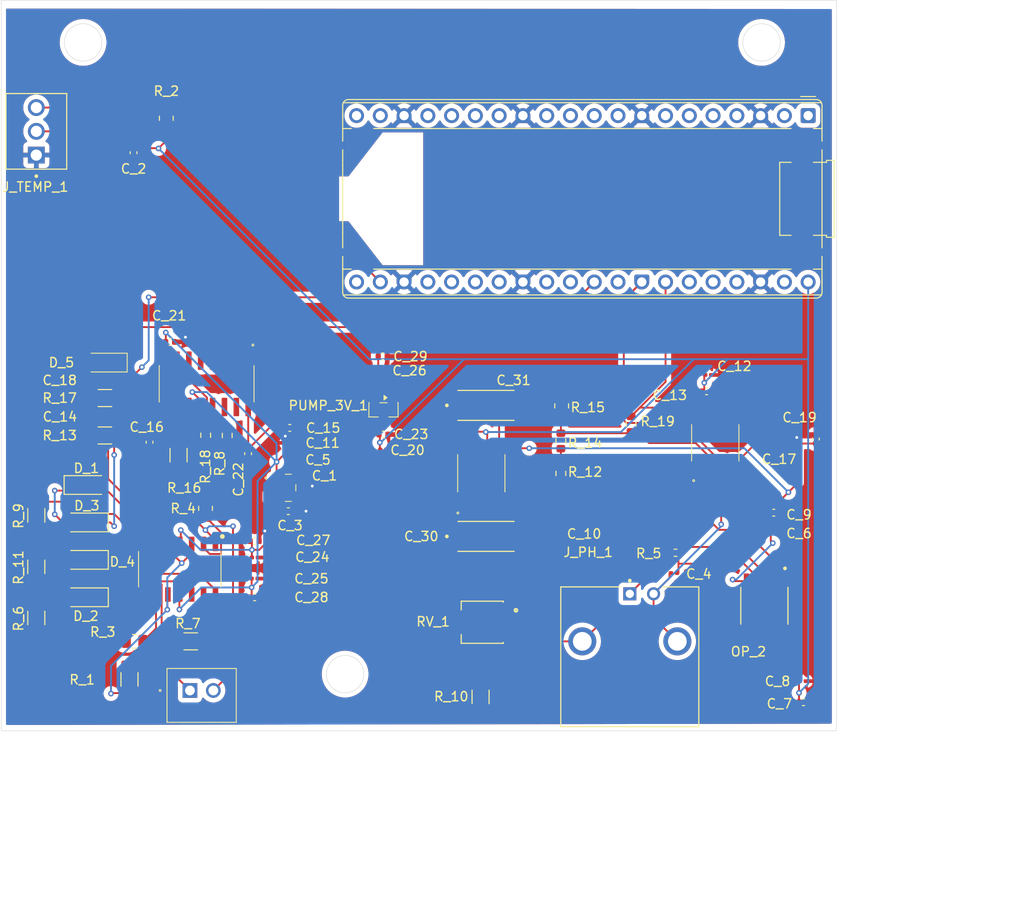
<source format=kicad_pcb>
(kicad_pcb (version 20241229) (generator "pcbnew") (generator_version "9.0")
  (layers (0 "F.Cu" signal) (2 "B.Cu" signal) (13 "F.Paste" user) (15 "B.Paste" user) (5 "F.SilkS" user "F.Silkscreen") (7 "B.SilkS" user "B.Silkscreen") (1 "F.Mask" user) (3 "B.Mask" user) (25 "Edge.Cuts" user))
  (net 0 "")
  (net 10 "/Temp_Data")
  (net 18 "+5V0")
  (net 20 "/EC_Data")
  (net 27 "/PH_Data")
  (net 35 "Net-(CLK_1-EN3)")
  (net 38 "+3V0")
  (net 39 "-3V0")
  (net 40 "Net-(CLK_1-EN1)")
  (net 43 "Net-(CLK_1-Q4)")
  (net 47 "Net-(CLK_1-EN2)")
  (net 48 "Net-(OP_2-+)")
  (net 49 "Net-(C_10-Pad2)")
  (net 50 "Net-(OP_2--)")
  (net 51 "Net-(C_14-Pad1)")
  (net 52 "Net-(C_16-Pad1)")
  (net 53 "Net-(D_1-A)")
  (net 54 "Net-(D_1-K)")
  (net 55 "Net-(D_2-A)")
  (net 56 "Net-(D_2-K)")
  (net 57 "Net-(D_3-K)")
  (net 58 "Net-(J_EC_1-Pin_2)")
  (net 59 "Net-(J_EC_1-Pin_1)")
  (net 60 "Net-(OP_1A--)")
  (net 61 "Net-(OP_1-Pad8)")
  (net 62 "Net-(OP_1D--)")
  (net 66 "Net-(RV_1-Pad1)")
  (net 67 "Net-(RV_1-Pad3)")
  (net 68 "Net-(INV_3V_1-CFLY+)")
  (net 69 "Net-(INV_3V_1-CFLY-)")
  (net 70 "Net-(INV_5V_1-CAP?)")
  (net 71 "Net-(INV_5V_1-CAP+)")
  (net 72 "GND")
  (net 73 "AGND")
  (net 74 "-5V0")
  (net 79 "Net-(OP_3--)")
  (net 81 "Net-(J_PH_1-Pad1)")
  (footprint "Capacitor_SMD:C_0201_0603Metric" (layer "F.Cu") (at 162.8025 119.5)
    (property "Reference" "C_6")
    (property "Value" "10µF" (hide yes))
  )
  (footprint "Capacitor_SMD:C_0402_1005Metric" (layer "F.Cu") (at 121.0163 100.5556)
    (property "Reference" "C_29")
    (property "Value" "100nF" (hide yes))
  )
  (footprint "Capacitor_SMD:C_0402_1005Metric" (layer "F.Cu") (at 96.1 109.72 90)
    (property "Reference" "C_16")
    (property "Value" "100nF" (hide yes))
  )
  (footprint "Capacitor_SMD:C_0402_1005Metric" (layer "F.Cu") (at 165.98 137.5 180)
    (property "Reference" "C_7")
    (property "Value" "100nF" (hide yes))
  )
  (footprint "Resistor_SMD:R_1206_3216Metric" (layer "F.Cu") (at 84 128.5 90)
    (property "Reference" "R_6")
    (property "Value" "10K" (hide yes))
  )
  (footprint "Capacitor_SMD:C_0201_0603Metric" (layer "F.Cu") (at 107.3565 122.0401 180)
    (property "Reference" "C_24")
    (property "Value" "4,7µF" (hide yes))
  )
  (footprint "Resistor_SMD:R_1206_3216Metric" (layer "F.Cu") (at 91.3315 105)
    (property "Reference" "R_17")
    (property "Value" "10K" (hide yes))
  )
  (footprint "Capacitor_SMD:C_0402_1005Metric" (layer "F.Cu") (at 107.3315 126.2901 180)
    (property "Reference" "C_28")
    (property "Value" "100nF" (hide yes))
  )
  (footprint "TAJC106K010RNJ:CAPPM6032X280N" (layer "F.Cu") (at 132.0525 119.7841)
    (property "Reference" "C_30")
    (property "Value" "100µF" (hide yes))
  )
  (footprint "TC1121COA:SOIC127P599X175-8N" (layer "F.Cu") (at 131.5525 113.0341 90)
    (property "Reference" "INV_5V_1" (hide yes))
    (property "Value" "TC1121COA" (hide yes))
  )
  (footprint "LMV324IDR:SOIC127P600X175-14N" (layer "F.Cu") (at 99.3315 123.2901 -90)
    (property "Reference" "OP_1" (hide yes))
    (property "Value" "LMV324" (hide yes))
  )
  (footprint "TSIC_306_SOP-8:SOIC127P602X173-8N" (layer "F.Cu") (at 161.8 127.2 -90)
    (property "Reference" "OP_2")
    (property "Value" "CA3140")
  )
  (footprint "Resistor_SMD:R_0603_1608Metric" (layer "F.Cu") (at 140.0525 113.0591 90)
    (property "Reference" "R_12")
    (property "Value" "2,2K" (hide yes))
  )
  (footprint "Capacitor_SMD:C_0402_1005Metric" (layer "F.Cu") (at 167.3025 109.3791 90)
    (property "Reference" "C_19")
    (property "Value" "100nF" (hide yes))
  )
  (footprint "Diode_SMD:D_SOD-123" (layer "F.Cu") (at 89.3315 118.2901 180)
    (property "Reference" "D_3")
    (property "Value" "1N4148" (hide yes))
  )
  (footprint "Capacitor_SMD:C_0201_0603Metric" (layer "F.Cu") (at 155.8025 102.5341)
    (property "Reference" "C_12")
    (property "Value" "10µF" (hide yes))
  )
  (footprint "Capacitor_SMD:C_0402_1005Metric" (layer "F.Cu") (at 98.3 99)
    (property "Reference" "C_21")
    (property "Value" "100nF" (hide yes))
  )
  (footprint "Capacitor_SMD:C_0402_1005Metric" (layer "F.Cu") (at 162.8025 117.25)
    (property "Reference" "C_9")
    (property "Value" "100nF" (hide yes))
  )
  (footprint "Resistor_SMD:R_1206_3216Metric" (layer "F.Cu") (at 91.3315 109 180)
    (property "Reference" "R_13")
    (property "Value" "10K" (hide yes))
  )
  (footprint "Package_TO_SOT_SMD:SOT-23" (layer "F.Cu") (at 121.1 106.2625 -90)
    (property "Reference" "PUMP_3V_1" (hide yes))
    (property "Value" "ME6206A30M3G" (hide yes))
    (property "VALUE" "XC6206P332MR-G-SOT23" (hide yes))
  )
  (footprint "Capacitor_SMD:C_0201_0603Metric" (layer "F.Cu") (at 152.14 123.7 180)
    (property "Reference" "C_4")
    (property "Value" "2,2nF")
  )
  (footprint "TAJC106K010RNJ:CAPPM6032X280N" (layer "F.Cu") (at 132.0525 105.7841)
    (property "Reference" "C_31")
    (property "Value" "100µF" (hide yes))
  )
  (footprint "B2B-XH-A:JST_B2B-XH-A" (layer "F.Cu") (at 101.6665 136.7726 180)
    (property "Reference" "J_EC_1" (hide yes))
    (property "Value" "Conn_01x02" (hide yes))
  )
  (footprint "Capacitor_SMD:C_0201_0603Metric" (layer "F.Cu") (at 111.0315 109.7901 180)
    (property "Reference" "C_11")
    (property "Value" "10µF" (hide yes))
  )
  (footprint "Diode_SMD:D_SOD-123" (layer "F.Cu") (at 89.3315 122.2901 180)
    (property "Reference" "D_4")
    (property "Value" "1N4148" (hide yes))
  )
  (footprint "Resistor_SMD:R_0805_2012Metric" (layer "F.Cu") (at 102.0815 116.7901 -90)
    (property "Reference" "R_4")
    (property "Value" "6,8K" (hide yes))
  )
  (footprint "Capacitor_SMD:C_0402_1005Metric" (layer "F.Cu") (at 121.1 108.9)
    (property "Reference" "C_23")
    (property "Value" "100nF" (hide yes))
  )
  (footprint "Resistor_SMD:R_0805_2012Metric" (layer "F.Cu") (at 94.5 131 180)
    (property "Reference" "R_3")
    (property "Value" "5,6K" (hide yes))
  )
  (footprint "282834-3:TE_282834-3" (layer "F.Cu") (at 84 76.5 90)
    (property "Reference" "J_TEMP_1")
    (property "Value" "Screw_Terminal_01x03" (hide yes))
  )
  (footprint "Capacitor_SMD:C_0201_0603Metric" (layer "F.Cu") (at 91.355 107)
    (property "Reference" "C_14")
    (property "Value" "1µF" (hide yes))
  )
  (footprint "Capacitor_SMD:C_0402_1005Metric" (layer "F.Cu") (at 94.3925 78.7825 -90)
    (property "Reference" "C_2")
    (property "Value" "100nF" (hide yes))
  )
  (footprint "Capacitor_SMD:C_0201_0603Metric" (layer "F.Cu") (at 107.3315 124.2901 180)
    (property "Reference" "C_25")
    (property "Value" "4,7µF" (hide yes))
  )
  (footprint "CONBNC002:LINX_CONBNC002" (layer "F.Cu") (at 147.42 131)
    (property "Reference" "J_PH_1")
    (property "Value" "CONBNC002")
  )
  (footprint "Capacitor_SMD:C_0402_1005Metric" (layer "F.Cu") (at 111.0865 108.1901 180)
    (property "Reference" "C_15")
    (property "Value" "100nF" (hide yes))
  )
  (footprint "TL081CDR:SOIC127P599X175-8N" (layer "F.Cu") (at 156.5525 109.7841 90)
    (property "Reference" "OP_3" (hide yes))
    (property "Value" "TL081" (hide yes))
  )
  (footprint "Resistor_SMD:R_0402_1005Metric" (layer "F.Cu") (at 152.3025 121.5341)
    (property "Reference" "R_5")
    (property "Value" "4,7M" (hide yes))
  )
  (footprint "Module:RaspberryPi_Pico_Common_THT" (layer "F.Cu") (at 166.48 74.82 -90)
    (property "Reference" "A1" (hide yes))
    (property "Value" "RaspberryPi_Pico_W" (hide yes))
  )
  (footprint "Capacitor_SMD:C_0201_0603Metric" (layer "F.Cu") (at 121.075 110.5)
    (property "Reference" "C_20")
    (property "Value" "10µF" (hide yes))
  )
  (footprint "Capacitor_SMD:C_0201_0603Metric" (layer "F.Cu") (at 121.0685 102.0724)
    (property "Reference" "C_26")
    (property "Value" "10µF" (hide yes))
  )
  (footprint "3314J-1-502E:TRIM_3314J-1-502E" (layer "F.Cu") (at 131.6525 128.9591 90)
    (property "Reference" "RV_1")
    (property "Value" "5k" (hide yes))
  )
  (footprint "Capacitor_SMD:C_0201_0603Metric" (layer "F.Cu") (at 165.91 135.25 180)
    (property "Reference" "C_8")
    (property "Value" "10µF" (hide yes))
  )
  (footprint "Resistor_SMD:R_0603_1608Metric" (layer "F.Cu") (at 147.5525 107.7841 90)
    (property "Reference" "R_19")
    (property "Value" "30k" (hide yes))
  )
  (footprint "Capacitor_SMD:C_0402_1005Metric" (layer "F.Cu") (at 155.6225 104.2841)
    (property "Reference" "C_13")
    (property "Value" "100nF" (hide yes))
  )
  (footprint "Diode_SMD:D_SOD-123F" (layer "F.Cu") (at 91.5 101.2099 180)
    (property "Reference" "D_5")
    (property "Value" "1N5819W" (hide yes))
  )
  (footprint "Resistor_SMD:R_0603_1608Metric" (layer "F.Cu") (at 140.0525 109.5841 90)
    (property "Reference" "R_14")
    (property "Value" "30k" (hide yes))
  )
  (footprint "Capacitor_SMD:C_0201_0603Metric" (layer "F.Cu") (at 163.5525 109.5341 90)
    (property "Reference" "C_17")
    (property "Value" "10µF" (hide yes))
  )
  (footprint "Resistor_SMD:R_1206_3216Metric" (layer "F.Cu") (at 100.5 131)
    (property "Reference" "R_7")
    (property "Value" "10K" (hide yes))
  )
  (footprint "Resistor_SMD:R_1206_3216Metric" (layer "F.Cu") (at 131.4725 136.9341 90)
    (property "Reference" "R_10")
    (property "Value" "1K" (hide yes))
  )
  (footprint "Resistor_SMD:R_0603_1608Metric" (layer "F.Cu") (at 102.1 108.975 90)
    (property "Reference" "R_18")
    (property "Value" "100K" (hide yes))
  )
  (footprint "Resistor_SMD:R_1206_3216Metric" (layer "F.Cu") (at 99.2 111.1 90)
    (property "Reference" "R_16")
    (property "Value" "10K" (hide yes))
  )
  (footprint "Capacitor_SMD:C_0402_1005Metric" (layer "F.Cu") (at 106.6315 110.9451 -90)
    (property "Reference" "C_22")
    (property "Value" "100nF" (hide yes))
  )
  (footprint "Resistor_SMD:R_1206_3216Metric" (layer "F.Cu") (at 93.9565 135.0676 90)
    (property "Reference" "R_1")
    (property "Value" "1M" (hide yes))
  )
  (footprint "Resistor_SMD:R_1206_3216Metric" (layer "F.Cu") (at 84 123.0375 90)
    (property "Reference" "R_11")
    (property "Value" "10K" (hide yes))
  )
  (footprint "Capacitor_SMD:C_0201_0603Metric" (layer "F.Cu") (at 111.0315 111.5901 180)
    (property "Reference" "C_5")
    (property "Value" "10µF" (hide yes))
  )
  (footprint "Capacitor_SMD:C_0402_1005Metric" (layer "F.Cu") (at 107.3315 120.2901 180)
    (property "Reference" "C_27")
    (property "Value" "100nF" (hide yes))
  )
  (footprint "Resistor_SMD:R_0603_1608Metric" (layer "F.Cu") (at 104.4 109 90)
    (property "Reference" "R_8")
    (property "Value" "100K" (hide yes))
  )
  (footprint "Resistor_SMD:R_1206_3216Metric" (layer "F.Cu") (at 84 117.5375 -90)
    (property "Reference" "R_9")
    (property "Value" "10K" (hide yes))
  )
  (footprint "Diode_SMD:D_SOD-123" (layer "F.Cu") (at 89.3315 126.2901 180)
    (property "Reference" "D_2")
    (property "Value" "1N4148" (hide yes))
  )
  (footprint "Capacitor_SMD:C_0402_1005Metric" (layer "F.Cu") (at 110.9315 117.0901)
    (property "Reference" "C_3")
    (property "Value" "100nF" (hide yes))
  )
  (footprint "Resistor_SMD:R_0805_2012Metric" (layer "F.Cu") (at 140.14 105.8341 -90)
    (property "Reference" "R_15")
    (property "Value" "75k" (hide yes))
  )
  (footprint "Capacitor_SMD:C_0201_0603Metric" (layer "F.Cu") (at 139.8025 119.5141 90)
    (property "Reference" "C_10")
    (property "Value" "1µF" (hide yes))
  )
  (footprint "CD4060BM:SOIC127P600X175-16N" (layer "F.Cu") (at 102.2 103.48 -90)
    (property "Reference" "CLK_1" (hide yes))
    (property "Value" "CD4060BM" (hide yes))
  )
  (footprint "Capacitor_SMD:C_0201_0603Metric" (layer "F.Cu") (at 91.3315 103.1 180)
    (property "Reference" "C_18")
    (property "Value" "1µF" (hide yes))
  )
  (footprint "Diode_SMD:D_SOD-123" (layer "F.Cu") (at 89.3315 114.2901)
    (property "Reference" "D_1")
    (property "Value" "1N4148" (hide yes))
  )
  (footprint "TPS60400DBVR:SOT95P280X145-5N" (layer "F.Cu") (at 110.9315 114.5901)
    (property "Reference" "INV_3V_1" (hide yes))
    (property "Value" "TPS60400DBVR" (hide yes))
  )
  (footprint "Resistor_SMD:R_0805_2012Metric" (layer "F.Cu") (at 97.8925 75.1025 90)
    (property "Reference" "R_2")
    (property "Value" "4,7k" (hide yes))
  )
  (footprint "Capacitor_SMD:C_0201_0603Metric" (layer "F.Cu") (at 114.7315 114.7901 -90)
    (property "Reference" "C_1")
    (property "Value" "10µF" (hide yes))
  )
  (gr_circle (center 161.5 67) (end 159.5 67) (stroke (width 0.05)) (fill no) (layer "Edge.Cuts"))
  (gr_circle (center 117 134.5) (end 119 134.5) (stroke (width 0.05)) (fill no) (layer "Edge.Cuts"))
  (gr_circle (center 89 67) (end 87 67) (stroke (width 0.05)) (fill no) (layer "Edge.Cuts"))
  (gr_rect (start 80.26 62.49) (end 169.5 140.56) (stroke (width 0.05)) (fill no) (layer "Edge.Cuts"))
  (segment (start 102.35 74.19) (end 120.76 92.6) (width 0.2) (layer "F.Cu") (net 10))
  (segment (start 87.6 74.0225) (end 97.725 74.0225) (width 0.2) (layer "F.Cu") (net 10))
  (segment (start 87.6 74.0225) (end 87.5375 73.96) (width 0.2) (layer "F.Cu") (net 10))
  (segment (start 97.8925 74.19) (end 102.35 74.19) (width 0.2) (layer "F.Cu") (net 10))
  (segment (start 87.5375 73.96) (end 84 73.96) (width 0.2) (layer "F.Cu") (net 10))
  (segment (start 97.725 74.0225) (end 97.8925 74.19) (width 0.2) (layer "F.Cu") (net 10))
  (segment (start 120.62 108.9) (end 120.62 107.68) (width 0.2) (layer "F.Cu") (net 18))
  (segment (start 132.02 108.6) (end 130.46 108.6) (width 0.2) (layer "F.Cu") (net 18))
  (segment (start 155.38 104.0466) (end 155.1425 104.2841) (width 0.2) (layer "F.Cu") (net 18))
  (segment (start 129.6475 109.3925) (end 129.6475 110.3641) (width 0.2) (layer "F.Cu") (net 18))
  (segment (start 120.71 109.75) (end 120.71 110.455) (width 0.2) (layer "F.Cu") (net 18))
  (segment (start 87.5375 76.5) (end 84 76.5) (width 0.2) (layer "F.Cu") (net 18))
  (segment (start 120.71 109.75) (end 120.71 108.99) (width 0.2) (layer "F.Cu") (net 18))
  (segment (start 130.46 108.6) (end 130.45 108.59) (width 0.2) (layer "F.Cu") (net 18))
  (segment (start 97.8925 77.4875) (end 97.8925 76.015) (width 0.2) (layer "F.Cu") (net 18))
  (segment (start 155.9175 108.299099) (end 155.9175 107.3141) (width 0.2) (layer "F.Cu") (net 18))
  (segment (start 157.7885 106.246276) (end 157.7885 108.381924) (width 0.2) (layer "F.Cu") (net 18))
  (segment (start 97.055 78.325) (end 97.8925 77.4875) (width 0.2) (layer "F.Cu") (net 18))
  (segment (start 165.59 135.25) (end 162.435 132.095) (width 0.2) (layer "F.Cu") (net 18))
  (segment (start 120.71 108.99) (end 120.62 108.9) (width 0.2) (layer "F.Cu") (net 18))
  (segment (start 130.45 108.59) (end 129.6475 109.3925) (width 0.2) (layer "F.Cu") (net 18))
  (segment (start 156.5585 105.7001) (end 157.242324 105.7001) (width 0.2) (layer "F.Cu") (net 18))
  (segment (start 157.242324 105.7001) (end 157.7885 106.246276) (width 0.2) (layer "F.Cu") (net 18))
  (segment (start 120.62 107.68) (end 121.1 107.2) (width 0.2) (layer "F.Cu") (net 18))
  (segment (start 94.3925 78.3025) (end 89.34 78.3025) (width 0.2) (layer "F.Cu") (net 18))
  (segment (start 132.1875 108.7675) (end 132.02 108.6) (width 0.2) (layer "F.Cu") (net 18))
  (segment (start 156.218501 108.6001) (end 155.9175 108.299099) (width 0.2) (layer "F.Cu") (net 18))
  (segment (start 120.71 110.455) (end 120.755 110.5) (width 0.2) (layer "F.Cu") (net 18))
  (segment (start 155.38 103.37) (end 155.38 104.0466) (width 0.2) (layer "F.Cu") (net 18))
  (segment (start 165.5 137.5) (end 165.5 136.5) (width 0.2) (layer "F.Cu") (net 18))
  (segment (start 155.1425 104.2841) (end 156.5585 105.7001) (width 0.2) (layer "F.Cu") (net 18))
  (segment (start 132.1875 110.3641) (end 132.1875 108.7675) (width 0.2) (layer "F.Cu") (net 18))
  (segment (start 162.435 132.095) (end 162.435 129.835) (width 0.2) (layer "F.Cu") (net 18))
  (segment (start 157.570324 108.6001) (end 156.218501 108.6001) (width 0.2) (layer "F.Cu") (net 18))
  (segment (start 97.0325 78.3025) (end 94.3925 78.3025) (width 0.2) (layer "F.Cu") (net 18))
  (segment (start 165.5 136.5) (end 165.5 135.34) (width 0.2) (layer "F.Cu") (net 18))
  (segment (start 165.5 135.34) (end 165.59 135.25) (width 0.2) (layer "F.Cu") (net 18))
  (segment (start 89.34 78.3025) (end 87.5375 76.5) (width 0.2) (layer "F.Cu") (net 18))
  (segment (start 97.055 78.325) (end 97.0325 78.3025) (width 0.2) (layer "F.Cu") (net 18))
  (segment (start 155.38 103.37) (end 155.38 102.6366) (width 0.2) (layer "F.Cu") (net 18))
  (segment (start 157.7885 108.381924) (end 157.570324 108.6001) (width 0.2) (layer "F.Cu") (net 18))
  (segment (start 155.38 102.6366) (end 155.4825 102.5341) (width 0.2) (layer "F.Cu") (net 18))
  (via (at 120.71 109.75) (size 0.6) (drill 0.3) (layers "F.Cu" "B.Cu") (net 18))
  (via (at 165.5 136.5) (size 0.6) (drill 0.3) (layers "F.Cu" "B.Cu") (net 18))
  (via (at 97.055 78.325) (size 0.6) (drill 0.3) (layers "F.Cu" "B.Cu") (net 18))
  (via (at 155.38 103.37) (size 0.6) (drill 0.3) (layers "F.Cu" "B.Cu") (net 18))
  (via (at 132.03 108.63) (size 0.6) (drill 0.3) (layers "F.Cu" "B.Cu") (net 18))
  (segment (start 132.03 108.63) (end 146.47 108.63) (width 0.2) (layer "B.Cu") (net 18))
  (segment (start 146.47 108.63) (end 154.25 100.85) (width 0.2) (layer "B.Cu") (net 18))
  (segment (start 129.82 100.85) (end 119.58 100.85) (width 0.2) (layer "B.Cu") (net 18))
  (segment (start 120.71 109.75) (end 120.81 109.75) (width 0.2) (layer "B.Cu") (net 18))
  (segment (start 166.48 100.85) (end 157.9 100.85) (width 0.2) (layer "B.Cu") (net 18))
  (segment (start 120.81 109.75) (end 129.71 100.85) (width 0.2) (layer "B.Cu") (net 18))
  (segment (start 119.58 100.85) (end 97.055 78.325) (width 0.2) (layer "B.Cu") (net 18))
  (segment (start 157.9 100.85) (end 155.38 103.37) (width 0.2) (layer "B.Cu") (net 18))
  (segment (start 166.48 100.85) (end 166.48 92.6) (width 0.2) (layer "B.Cu") (net 18))
  (segment (start 129.82 100.85) (end 154.25 100.85) (width 0.2) (layer "B.Cu") (net 18))
  (segment (start 154.25 100.85) (end 157.9 100.85) (width 0.2) (layer "B.Cu") (net 18))
  (segment (start 129.71 100.85) (end 129.82 100.85) (width 0.2) (layer "B.Cu") (net 18))
  (segment (start 165.5 136.5) (end 166.48 135.52) (width 0.2) (layer "B.Cu") (net 18))
  (segment (start 166.48 135.52) (end 166.48 100.85) (width 0.2) (layer "B.Cu") (net 18))
  (segment (start 96.01 94.23) (end 141.99 94.23) (width 0.2) (layer "F.Cu") (net 20))
  (segment (start 93.88 103.1) (end 95.28 101.7) (width 0.2) (layer "F.Cu") (net 20))
  (segment (start 92.794 105) (end 91.6515 103.8575) (width 0.2) (layer "F.Cu") (net 20))
  (segment (start 91.6515 103.1) (end 91.6515 102.4584) (width 0.2) (layer "F.Cu") (net 20))
  (segment (start 91.6515 102.4584) (end 92.9 101.2099) (width 0.2) (layer "F.Cu") (net 20))
  (segment (start 141.99 94.23) (end 143.62 92.6) (width 0.2) (layer "F.Cu") (net 20))
  (segment (start 91.6515 103.8575) (end 91.6515 103.1) (width 0.2) (layer "F.Cu") (net 20))
  (segment (start 91.6515 103.1) (end 93.88 103.1) (width 0.2) (layer "F.Cu") (net 20))
  (via (at 95.28 101.7) (size 0.6) (drill 0.3) (layers "F.Cu" "B.Cu") (net 20))
  (via (at 96.01 94.23) (size 0.6) (drill 0.3) (layers "F.Cu" "B.Cu") (net 20))
  (segment (start 96.01 100.97) (end 96.01 94.23) (width 0.2) (layer "B.Cu") (net 20))
  (segment (start 95.28 101.7) (end 96.01 100.97) (width 0.2) (layer "B.Cu") (net 20))
  (segment (start 148.4835 106.0281) (end 151.24 103.2716) (width 0.2) (layer "F.Cu") (net 27))
  (segment (start 151.24 103.2716) (end 151.24 92.6) (width 0.2) (layer "F.Cu") (net 27))
  (segment (start 157.1875 106.329101) (end 157.1875 107.3141) (width 0.2) (layer "F.Cu") (net 27))
  (segment (start 156.886499 106.0281) (end 157.1875 106.329101) (width 0.2) (layer "F.Cu") (net 27))
  (segment (start 147.5525 106.9591) (end 148.4835 106.0281) (width 0.2) (layer "F.Cu") (net 27))
  (segment (start 148.4835 106.0281) (end 156.886499 106.0281) (width 0.2) (layer "F.Cu") (net 27))
  (segment (start 100.295 106.82) (end 100.295 105.955) (width 0.2) (layer "F.Cu") (net 35))
  (segment (start 102.1 108.15) (end 101.625 108.15) (width 0.2) (layer "F.Cu") (net 35))
  (segment (start 101.625 108.15) (end 100.295 106.82) (width 0.2) (layer "F.Cu") (net 35))
  (segment (start 99.44 119.11) (end 99.44 120.4816) (width 0.2) (layer "F.Cu") (net 38))
  (segment (start 120.5363 101.8602) (end 120.7485 102.0724) (width 0.2) (layer "F.Cu") (net 38))
  (segment (start 120.15 105.325) (end 120.15 102.6709) (width 0.2) (layer "F.Cu") (net 38))
  (segment (start 107.0365 121.22) (end 107.0365 120.4751) (width 0.2) (layer "F.Cu") (net 38))
  (segment (start 107.0365 122.0401) (end 107.0365 121.22) (width 0.2) (layer "F.Cu") (net 38))
  (segment (start 106.645 109.805) (end 106.645 105.955) (width 0.2) (layer "F.Cu") (net 38))
  (segment (start 108.7705 115.202738) (end 108.7705 115.877462) (width 0.2) (layer "F.Cu") (net 38))
  (segment (start 120.15 105.325) (end 111.7716 105.325) (width 0.2) (layer "F.Cu") (net 38))
  (segment (start 109.6765 114.5901) (end 109.383138 114.5901) (width 0.2) (layer "F.Cu") (net 38))
  (segment (start 120.5363 100.5556) (end 120.5363 101.8602) (width 0.2) (layer "F.Cu") (net 38))
  (segment (start 106.6315 109.8185) (end 106.645 109.805) (width 0.2) (layer "F.Cu") (net 38))
  (segment (start 111.0625 116.4791) (end 112.56263 116.4791) (width 0.2) (layer "F.Cu") (net 38))
  (segment (start 111.0625 116.4791) (end 112.490862 116.4791) (width 0.2) (layer "F.Cu") (net 38))
  (segment (start 120.15 102.6709) (end 120.7485 102.0724) (width 0.2) (layer "F.Cu") (net 38))
  (segment (start 111.7716 105.325) (end 106.6315 110.4651) (width 0.2) (layer "F.Cu") (net 38))
  (segment (start 120.039 109.00273) (end 120.039 105.436) (width 0.2) (layer "F.Cu") (net 38))
  (segment (start 120.039 105.436) (end 120.15 105.325) (width 0.2) (layer "F.Cu") (net 38))
  (segment (start 109.426519 119.612631) (end 107.81915 121.22) (width 0.2) (layer "F.Cu") (net 38))
  (segment (start 109.983138 117.0901) (end 110.4515 117.0901) (width 0.2) (layer "F.Cu") (net 38))
  (segment (start 107.0365 120.4751) (end 106.8515 120.2901) (width 0.2) (layer "F.Cu") (net 38))
  (segment (start 108.7705 115.877462) (end 109.426519 116.533481) (width 0.2) (layer "F.Cu") (net 38))
  (segment (start 107.81915 121.22) (end 107.0365 121.22) (width 0.2) (layer "F.Cu") (net 38))
  (segment (start 106.6315 110.4651) (end 106.6315 109.8185) (width 0.2) (layer "F.Cu") (net 38))
  (segment (start 112.56263 116.4791) (end 120.039 109.00273) (width 0.2) (layer "F.Cu") (net 38))
  (segment (start 114.499862 114.4701) (end 114.7315 114.4701) (width 0.2) (layer "F.Cu") (net 38))
  (segment (start 110.4515 117.0901) (end 111.0625 116.4791) (width 0.2) (layer "F.Cu") (net 38))
  (segment (start 112.490862 116.4791) (end 114.499862 114.4701) (width 0.2) (layer "F.Cu") (net 38))
  (segment (start 109.426519 116.533481) (end 109.426519 119.612631) (width 0.2) (layer "F.Cu") (net 38))
  (segment (start 99.44 120.4816) (end 99.3315 120.5901) (width 0.2) (layer "F.Cu") (net 38))
  (segment (start 109.383138 114.5901) (end 108.7705 115.202738) (width 0.2) (layer "F.Cu") (net 38))
  (segment (start 109.426519 116.533481) (end 109.983138 117.0901) (width 0.2) (layer "F.Cu") (net 38))
  (via (at 107.0365 121.22) (size 0.6) (drill 0.3) (layers "F.Cu" "B.Cu") (net 38))
  (via (at 99.44 119.11) (size 0.6) (drill 0.3) (layers "F.Cu" "B.Cu") (net 38))
  (segment (start 101.55 121.22) (end 99.44 119.11) (width 0.2) (layer "B.Cu") (net 38))
  (segment (start 107.0365 121.22) (end 101.55 121.22) (width 0.2) (layer "B.Cu") (net 38))
  (segment (start 107.0115 126.1301) (end 106.8515 126.2901) (width 0.2) (layer "F.Cu") (net 39))
  (segment (start 111.3515 108.4051) (end 111.5665 108.1901) (width 0.2) (layer "F.Cu") (net 39))
  (segment (start 97.84 98) (end 97.84 98.98) (width 0.2) (layer "F.Cu") (net 39))
  (segment (start 101.565 105.955) (end 101.565 105.255) (width 0.2) (layer "F.Cu") (net 39))
  (segment (start 111.3515 109.7901) (end 111.3515 108.4051) (width 0.2) (layer "F.Cu") (net 39))
  (segment (start 109.6765 113.6401) (end 109.6765 111.82523) (width 0.2) (layer "F.Cu") (net 39))
  (segment (start 109.6765 111.82523) (end 111.3515 110.15023) (width 0.2) (layer "F.Cu") (net 39))
  (segment (start 111.3515 110.15023) (end 111.3515 109.7901) (width 0.2) (layer "F.Cu") (net 39))
  (segment (start 97.755 99.065) (end 97.82 99) (width 0.2) (layer "F.Cu") (net 39))
  (segment (start 97.755 101.005) (end 97.755 99.065) (width 0.2) (layer "F.Cu") (net 39))
  (segment (start 97.84 98.98) (end 97.82 99) (width 0.2) (layer "F.Cu") (net 39))
  (segment (start 101.565 105.255) (end 100.67 104.36) (width 0.2) (layer "F.Cu") (net 39))
  (segment (start 107.0115 125.24) (end 107.0115 126.1301) (width 0.2) (layer "F.Cu") (net 39))
  (segment (start 99.29 126.0316) (end 99.3315 125.9901) (width 0.2) (layer "F.Cu") (net 39))
  (segment (start 99.29 127.59) (end 99.29 126.0316) (width 0.2) (layer "F.Cu") (net 39))
  (segment (start 107.0115 124.2901) (end 107.0115 125.24) (width 0.2) (layer "F.Cu") (net 39))
  (via (at 109.6765 111.82523) (size 0.6) (drill 0.3) (layers "F.Cu" "B.Cu") (net 39))
  (via (at 107.0115 125.24) (size 0.6) (drill 0.3) (layers "F.Cu" "B.Cu") (net 39))
  (via (at 99.29 127.59) (size 0.6) (drill 0.3) (layers "F.Cu" "B.Cu") (net 39))
  (via (at 97.84 98) (size 0.6) (drill 0.3) (layers "F.Cu" "B.Cu") (net 39))
  (via (at 100.67 104.36) (size 0.6) (drill 0.3) (layers "F.Cu" "B.Cu") (net 39))
  (segment (start 101.64 125.24) (end 99.29 127.59) (width 0.2) (layer "B.Cu") (net 39))
  (segment (start 107.0115 125.24) (end 101.64 125.24) (width 0.2) (layer "B.Cu") (net 39))
  (segment (start 109.6765 109.8365) (end 97.84 98) (width 0.2) (layer "B.Cu") (net 39))
  (segment (start 107.0115 125.24) (end 107.64 124.6115) (width 0.2) (layer "B.Cu") (net 39))
  (segment (start 109.6765 111.82523) (end 109.6765 109.8365) (width 0.2) (layer "B.Cu") (net 39))
  (segment (start 107.64 113.86173) (end 109.6765 111.82523) (width 0.2) (layer "B.Cu") (net 39))
  (segment (start 107.64 124.6115) (end 107.64 113.86173) (width 0.2) (layer "B.Cu") (net 39))
  (segment (start 100.67 104.36) (end 102.21127 104.36) (width 0.2) (layer "B.Cu") (net 39))
  (segment (start 102.21127 104.36) (end 109.6765 111.82523) (width 0.2) (layer "B.Cu") (net 39))
  (segment (start 96.1 107.61) (end 97.755 105.955) (width 0.2) (layer "F.Cu") (net 40))
  (segment (start 96.1 109.24) (end 96.1 107.61) (width 0.2) (layer "F.Cu") (net 40))
  (segment (start 103.386176 108.175) (end 102.234 107.022824) (width 0.2) (layer "F.Cu") (net 43))
  (segment (start 102.234 107.022824) (end 102.234 104.955176) (width 0.2) (layer "F.Cu") (net 43))
  (segment (start 99.025 101.746176) (end 99.025 101.005) (width 0.2) (layer "F.Cu") (net 43))
  (segment (start 104.4 108.175) (end 103.386176 108.175) (width 0.2) (layer "F.Cu") (net 43))
  (segment (start 102.234 104.955176) (end 99.025 101.746176) (width 0.2) (layer "F.Cu") (net 43))
  (segment (start 99.2 109.6375) (end 99.2 106.13) (width 0.2) (layer "F.Cu") (net 47))
  (segment (start 99.2 106.13) (end 99.025 105.955) (width 0.2) (layer "F.Cu") (net 47))
  (segment (start 152.62 123.7) (end 152.62 122.7) (width 0.2) (layer "F.Cu") (net 48))
  (segment (start 159.6 122.7) (end 152.62 122.7) (width 0.2) (layer "F.Cu") (net 48))
  (segment (start 161.165 124.565) (end 161.165 124.265) (width 0.2) (layer "F.Cu") (net 48))
  (segment (start 152.62 122.7) (end 152.62 121.7266) (width 0.2) (layer "F.Cu") (net 48))
  (segment (start 152.62 121.7266) (end 152.8125 121.5341) (width 0.2) (layer "F.Cu") (net 48))
  (segment (start 161.165 124.265) (end 159.6 122.7) (width 0.2) (layer "F.Cu") (net 48))
  (segment (start 154.869473 117.003632) (end 154.869473 116.16) (width 0.2) (layer "F.Cu") (net 49))
  (segment (start 140.0525 112.2341) (end 140.0525 110.4091) (width 0.2) (layer "F.Cu") (net 49))
  (segment (start 163.031 122.531) (end 159.581 119.081) (width 0.2) (layer "F.Cu") (net 49))
  (segment (start 159.581 119.081) (end 156.946841 119.081) (width 0.2) (layer "F.Cu") (net 49))
  (segment (start 139.8025 118.2075) (end 139.8025 119.1941) (width 0.2) (layer "F.Cu") (net 49))
  (segment (start 154.869473 116.16) (end 141.85 116.16) (width 0.2) (layer "F.Cu") (net 49))
  (segment (start 163.031 125.46852) (end 163.031 122.531) (width 0.2) (layer "F.Cu") (net 49))
  (segment (start 141.85 116.16) (end 139.8025 118.2075) (width 0.2) (layer "F.Cu") (net 49))
  (segment (start 141.85 114.0316) (end 140.0525 112.2341) (width 0.2) (layer "F.Cu") (net 49))
  (segment (start 161.165 127.33452) (end 163.031 125.46852) (width 0.2) (layer "F.Cu") (net 49))
  (segment (start 141.85 116.16) (end 141.85 114.0316) (width 0.2) (layer "F.Cu") (net 49))
  (segment (start 161.165 129.835) (end 161.165 127.33452) (width 0.2) (layer "F.Cu") (net 49))
  (segment (start 156.946841 119.081) (end 154.869473 117.003632) (width 0.2) (layer "F.Cu") (net 49))
  (segment (start 134.7545 128.9591) (end 139.8025 123.9111) (width 0.2) (layer "F.Cu") (net 50))
  (segment (start 159.01262 120.9131) (end 141.8894 120.9131) (width 0.2) (layer "F.Cu") (net 50))
  (segment (start 139.8025 123.9111) (end 139.8025 123) (width 0.2) (layer "F.Cu") (net 50))
  (segment (start 139.8025 123) (end 139.8025 119.8341) (width 0.2) (layer "F.Cu") (net 50))
  (segment (start 162.435 124.565) (end 162.435 124.33548) (width 0.2) (layer "F.Cu") (net 50))
  (segment (start 141.8894 120.9131) (end 139.8025 123) (width 0.2) (layer "F.Cu") (net 50))
  (segment (start 162.435 124.33548) (end 159.01262 120.9131) (width 0.2) (layer "F.Cu") (net 50))
  (segment (start 129.6525 128.9591) (end 134.7545 128.9591) (width 0.2) (layer "F.Cu") (net 50))
  (segment (start 89.869 109) (end 91.035 107.834) (width 0.2) (layer "F.Cu") (net 51))
  (segment (start 91.035 107) (end 91.035 106.166) (width 0.2) (layer "F.Cu") (net 51))
  (segment (start 91.035 107.834) (end 91.035 107) (width 0.2) (layer "F.Cu") (net 51))
  (segment (start 91.035 106.166) (end 89.869 105) (width 0.2) (layer "F.Cu") (net 51))
  (segment (start 99.3375 112.5625) (end 102.1 109.8) (width 0.2) (layer "F.Cu") (net 52))
  (segment (start 99.2 112.5625) (end 99.3375 112.5625) (width 0.2) (layer "F.Cu") (net 52))
  (segment (start 96.1 110.2) (end 96.8375 110.2) (width 0.2) (layer "F.Cu") (net 52))
  (segment (start 96.8375 110.2) (end 99.2 112.5625) (width 0.2) (layer "F.Cu") (net 52))
  (segment (start 84 127.0375) (end 82.824 125.8615) (width 0.2) (layer "F.Cu") (net 53))
  (segment (start 96.7915 120.1001) (end 96.7915 120.5901) (width 0.2) (layer "F.Cu") (net 53))
  (segment (start 84 116.075) (end 89.1966 116.075) (width 0.2) (layer "F.Cu") (net 53))
  (segment (start 89.1966 116.075) (end 90.9815 114.2901) (width 0.2) (layer "F.Cu") (net 53))
  (segment (start 82.824 117.251) (end 84 116.075) (width 0.2) (layer "F.Cu") (net 53))
  (segment (start 90.9815 114.2901) (end 96.7915 120.1001) (width 0.2) (layer "F.Cu") (net 53))
  (segment (start 82.824 125.8615) (end 82.824 117.251) (width 0.2) (layer "F.Cu") (net 53))
  (segment (start 92.3205 117.3891) (end 95.5215 120.5901) (width 0.2) (layer "F.Cu") (net 54))
  (segment (start 87.6815 118.2901) (end 86.8301 118.2901) (width 0.2) (layer "F.Cu") (net 54))
  (segment (start 87.6815 118.2901) (end 88.5825 117.3891) (width 0.2) (layer "F.Cu") (net 54))
  (segment (start 87.0816 114.89) (end 87.6815 114.2901) (width 0.2) (layer "F.Cu") (net 54))
  (segment (start 86.8301 118.2901) (end 85.97 117.43) (width 0.2) (layer "F.Cu") (net 54))
  (segment (start 88.5825 117.3891) (end 92.3205 117.3891) (width 0.2) (layer "F.Cu") (net 54))
  (segment (start 85.97 114.89) (end 87.0816 114.89) (width 0.2) (layer "F.Cu") (net 54))
  (via (at 85.97 117.43) (size 0.6) (drill 0.3) (layers "F.Cu" "B.Cu") (net 54))
  (via (at 85.97 114.89) (size 0.6) (drill 0.3) (layers "F.Cu" "B.Cu") (net 54))
  (segment (start 85.97 117.43) (end 85.97 114.89) (width 0.2) (layer "B.Cu") (net 54))
  (segment (start 84 124.5) (end 85.8914 124.5) (width 0.2) (layer "F.Cu") (net 55))
  (segment (start 100.6015 125.5151) (end 100.6015 125.9901) (width 0.2) (layer "F.Cu") (net 55))
  (segment (start 99.6725 124.5861) (end 100.6015 125.5151) (width 0.2) (layer "F.Cu") (net 55))
  (segment (start 88.5825 127.1911) (end 92.6435 127.1911) (width 0.2) (layer "F.Cu") (net 55))
  (segment (start 95.2485 124.5861) (end 99.6725 124.5861) (width 0.2) (layer "F.Cu") (net 55))
  (segment (start 92.6435 127.1911) (end 95.2485 124.5861) (width 0.2) (layer "F.Cu") (net 55))
  (segment (start 87.6815 126.2901) (end 88.5825 127.1911) (width 0.2) (layer "F.Cu") (net 55))
  (segment (start 85.8914 124.5) (end 87.6815 126.2901) (width 0.2) (layer "F.Cu") (net 55))
  (segment (start 90.9815 126.2901) (end 93.4916 123.78) (width 0.2) (layer "F.Cu") (net 56))
  (segment (start 93.4916 123.78) (end 101.4064 123.78) (width 0.2) (layer "F.Cu") (net 56))
  (segment (start 103.1415 125.5151) (end 103.1415 125.9901) (width 0.2) (layer "F.Cu") (net 56))
  (segment (start 89.1714 123.78) (end 93.4916 123.78) (width 0.2) (layer "F.Cu") (net 56))
  (segment (start 101.4064 123.78) (end 103.1415 125.5151) (width 0.2) (layer "F.Cu") (net 56))
  (segment (start 87.6815 122.2901) (end 89.1714 123.78) (width 0.2) (layer "F.Cu") (net 56))
  (segment (start 90.9815 118.2901) (end 91.9101 118.2901) (width 0.2) (layer "F.Cu") (net 57))
  (segment (start 90.9815 119.97) (end 84.7 119.97) (width 0.2) (layer "F.Cu") (net 57))
  (segment (start 92.32 111.08) (end 92.32 109.474) (width 0.2) (layer "F.Cu") (net 57))
  (segment (start 84.7 119.7) (end 84 119) (width 0.2) (layer "F.Cu") (net 57))
  (segment (start 91.9101 118.2901) (end 92.32 118.7) (width 0.2) (layer "F.Cu") (net 57))
  (segment (start 84.7 120.875) (end 84 121.575) (width 0.2) (layer "F.Cu") (net 57))
  (segment (start 84.7 119.97) (end 84.7 120.875) (width 0.2) (layer "F.Cu") (net 57))
  (segment (start 90.9815 122.2901) (end 90.9815 119.97) (width 0.2) (layer "F.Cu") (net 57))
  (segment (start 90.9815 119.97) (end 90.9815 118.2901) (width 0.2) (layer "F.Cu") (net 57))
  (segment (start 84.7 119.97) (end 84.7 119.7) (width 0.2) (layer "F.Cu") (net 57))
  (segment (start 92.32 109.474) (end 92.794 109) (width 0.2) (layer "F.Cu") (net 57))
  (via (at 92.32 111.08) (size 0.6) (drill 0.3) (layers "F.Cu" "B.Cu") (net 57))
  (via (at 92.32 118.7) (size 0.6) (drill 0.3) (layers "F.Cu" "B.Cu") (net 57))
  (segment (start 92.32 118.7) (end 92.32 111.08) (width 0.2) (layer "B.Cu") (net 57))
  (segment (start 103.1415 120.1831) (end 103.1415 120.5901) (width 0.2) (layer "F.Cu") (net 58))
  (segment (start 101.0805 116.8786) (end 101.0805 118.5705) (width 0.2) (layer "F.Cu") (net 58))
  (segment (start 105.02 134.1441) (end 105.02 118.7) (width 0.2) (layer "F.Cu") (net 58))
  (segment (start 101.5289 118.5705) (end 102.0692 119.1108) (width 0.2) (layer "F.Cu") (net 58))
  (segment (start 102.0815 115.8776) (end 101.0805 116.8786) (width 0.2) (layer "F.Cu") (net 58))
  (segment (start 101.0805 118.5705) (end 101.5289 118.5705) (width 0.2) (layer "F.Cu") (net 58))
  (segment (start 102.9165 136.2476) (end 105.02 134.1441) (width 0.2) (layer "F.Cu") (net 58))
  (segment (start 102.0692 119.1108) (end 103.1415 120.1831) (width 0.2) (layer "F.Cu") (net 58))
  (via (at 105.02 118.7) (size 0.6) (drill 0.3) (layers "F.Cu" "B.Cu") (net 58))
  (via (at 102.0692 119.1108) (size 0.6) (drill 0.3) (layers "F.Cu" "B.Cu") (net 58))
  (segment (start 105.02 118.7) (end 102.48 118.7) (width 0.2) (layer "B.Cu") (net 58))
  (segment (start 102.48 118.7) (end 102.0692 119.1108) (width 0.2) (layer "B.Cu") (net 58))
  (segment (start 96.7915 129.621) (end 95.4125 131) (width 0.2) (layer "F.Cu") (net 59))
  (segment (start 95.4125 131) (end 95.4125 132.1491) (width 0.2) (layer "F.Cu") (net 59))
  (segment (start 96.7915 125.9901) (end 96.7915 129.621) (width 0.2) (layer "F.Cu") (net 59))
  (segment (start 95.4125 132.1491) (end 96.318 132.1491) (width 0.2) (layer "F.Cu") (net 59))
  (segment (start 95.4125 132.1491) (end 93.9565 133.6051) (width 0.2) (layer "F.Cu") (net 59))
  (segment (start 96.318 132.1491) (end 100.4165 136.2476) (width 0.2) (layer "F.Cu") (net 59))
  (segment (start 103.7425 119.3636) (end 103.7425 121.6661) (width 0.2) (layer "F.Cu") (net 60))
  (segment (start 101.8715 120.9971) (end 101.8715 120.5901) (width 0.2) (layer "F.Cu") (net 60))
  (segment (start 103.7425 121.6661) (end 102.5405 121.6661) (width 0.2) (layer "F.Cu") (net 60))
  (segment (start 102.0815 117.7026) (end 103.7425 119.3636) (width 0.2) (layer "F.Cu") (net 60))
  (segment (start 104.4 109.825) (end 104.4 115.3841) (width 0.2) (layer "F.Cu") (net 60))
  (segment (start 102.5405 121.6661) (end 101.8715 120.9971) (width 0.2) (layer "F.Cu") (net 60))
  (segment (start 104.4 115.3841) (end 102.0815 117.7026) (width 0.2) (layer "F.Cu") (net 60))
  (segment (start 95.5215 129.066) (end 93.5875 131) (width 0.2) (layer "F.Cu") (net 61))
  (segment (start 97.3925 129.355) (end 97.3925 124.9141) (width 0.2) (layer "F.Cu") (net 61))
  (segment (start 99.0375 131) (end 97.3925 129.355) (width 0.2) (layer "F.Cu") (net 61))
  (segment (start 90.8825 129.9625) (end 84 129.9625) (width 0.2) (layer "F.Cu") (net 61))
  (segment (start 97.3925 124.9141) (end 96.1905 124.9141) (width 0.2) (layer "F.Cu") (net 61))
  (segment (start 95.5215 125.9901) (end 95.5215 129.066) (width 0.2) (layer "F.Cu") (net 61))
  (segment (start 96.1905 124.9141) (end 95.5215 125.5831) (width 0.2) (layer "F.Cu") (net 61))
  (segment (start 93.5875 131) (end 91.92 131) (width 0.2) (layer "F.Cu") (net 61))
  (segment (start 95.5215 125.5831) (end 95.5215 125.9901) (width 0.2) (layer "F.Cu") (net 61))
  (segment (start 91.92 131) (end 90.8825 129.9625) (width 0.2) (layer "F.Cu") (net 61))
  (segment (start 101.9625 126.0811) (end 101.8715 125.9901) (width 0.2) (layer "F.Cu") (net 62))
  (segment (start 101.9625 131) (end 101.9625 126.0811) (width 0.2) (layer "F.Cu") (net 62))
  (segment (start 140.0525 113.8841) (end 139.3015 114.6351) (width 0.2) (layer "F.Cu") (net 66))
  (segment (start 139.3015 122.1601) (end 133.6525 127.8091) (width 0.2) (layer "F.Cu") (net 66))
  (segment (start 139.3015 114.6351) (end 139.3015 122.1601) (width 0.2) (layer "F.Cu") (net 66))
  (segment (start 133.6525 133.2916) (end 131.4725 135.4716) (width 0.2) (layer "F.Cu") (net 67))
  (segment (start 133.6525 130.1091) (end 133.6525 133.2916) (width 0.2) (layer "F.Cu") (net 67))
  (segment (start 111.3515 111.5901) (end 111.3515 112.8051) (width 0.2) (layer "F.Cu") (net 68))
  (segment (start 111.3515 112.8051) (end 112.1865 113.6401) (width 0.2) (layer "F.Cu") (net 68))
  (segment (start 110.7115 115.110099) (end 110.281499 115.5401) (width 0.2) (layer "F.Cu") (net 69))
  (segment (start 110.7115 111.5901) (end 110.7115 115.110099) (width 0.2) (layer "F.Cu") (net 69))
  (segment (start 110.281499 115.5401) (end 109.6765 115.5401) (width 0.2) (layer "F.Cu") (net 69))
  (segment (start 133.4575 115.7041) (end 133.4575 118.7541) (width 0.2) (layer "F.Cu") (net 70))
  (segment (start 133.4575 118.7541) (end 134.4875 119.7841) (width 0.2) (layer "F.Cu") (net 70))
  (segment (start 130.9175 118.4841) (end 129.6175 119.7841) (width 0.2) (layer "F.Cu") (net 71))
  (segment (start 130.9175 115.7041) (end 130.9175 118.4841) (width 0.2) (layer "F.Cu") (net 71))
  (segment (start 166.9875 109.2141) (end 167.3025 108.8991) (width 0.2) (layer "F.Cu") (net 72))
  (segment (start 112.8199 117.0901) (end 112.82 117.09) (width 0.2) (layer "F.Cu") (net 72))
  (segment (start 111.4115 117.0901) (end 112.8199 117.0901) (width 0.2) (layer "F.Cu") (net 72))
  (segment (start 98.78 99) (end 99.43 99) (width 0.2) (layer "F.Cu") (net 72))
  (segment (start 110.6065 108.1901) (end 110.6065 109.07) (width 0.2) (layer "F.Cu") (net 72))
  (segment (start 165.26 109.2141) (end 166.9875 109.2141) (width 0.2) (layer "F.Cu") (net 72))
  (segment (start 99.43 99) (end 99.935 98.495) (width 0.2) (layer "F.Cu") (net 72))
  (segment (start 113.49 114.4) (end 113.3266 114.4) (width 0.2) (layer "F.Cu") (net 72))
  (segment (start 107.8115 120.2901) (end 107.8115 119.8085) (width 0.2) (layer "F.Cu") (net 72))
  (segment (start 163.5525 109.2141) (end 165.26 109.2141) (width 0.2) (layer "F.Cu") (net 72))
  (segment (start 110.6065 109.07) (end 110.6065 109.6851) (width 0.2) (layer "F.Cu") (net 72))
  (segment (start 110.6065 109.6851) (end 110.7115 109.7901) (width 0.2) (layer "F.Cu") (net 72))
  (segment (start 107.8115 119.8085) (end 108.42 119.2) (width 0.2) (layer "F.Cu") (net 72))
  (segment (start 113.3266 114.4) (end 112.1865 115.5401) (width 0.2) (layer "F.Cu") (net 72))
  (via (at 113.49 114.4) (size 0.6) (drill 0.3) (layers "F.Cu" "B.Cu") (net 72))
  (via (at 108.42 119.2) (size 0.6) (drill 0.3) (layers "F.Cu" "B.Cu") (net 72))
  (via (at 165.26 109.2141) (size 0.6) (drill 0.3) (layers "F.Cu" "B.Cu") (net 72))
  (via (at 110.6065 109.07) (size 0.6) (drill 0.3) (layers "F.Cu" "B.Cu") (net 72))
  (via (at 112.8199 117.0901) (size 0.6) (drill 0.3) (layers "F.Cu" "B.Cu") (net 72))
  (via (at 99.935 98.495) (size 0.6) (drill 0.3) (layers "F.Cu" "B.Cu") (net 72))
  (segment (start 113.37 114.4) (end 113.49 114.4) (width 0.2) (layer "B.Cu") (net 72))
  (segment (start 113.35 114.52) (end 113.35 114.42) (width 0.2) (layer "B.Cu") (net 72))
  (segment (start 113.49 114.4) (end 113.54 114.4) (width 0.2) (layer "B.Cu") (net 72))
  (segment (start 113.35 114.42) (end 113.37 114.4) (width 0.2) (layer "B.Cu") (net 72))
  (segment (start 112.8199 115.0501) (end 113.35 114.52) (width 0.2) (layer "B.Cu") (net 72))
  (segment (start 112.8199 117.0901) (end 112.8199 115.0501) (width 0.2) (layer "B.Cu") (net 72))
  (segment (start 146.7765 94.5235) (end 148.7 92.6) (width 0.2) (layer "F.Cu") (net 73))
  (segment (start 146.7765 107.372164) (end 146.7765 94.5235) (width 0.2) (layer "F.Cu") (net 73))
  (segment (start 91.0115 103.1) (end 91.0115 105.678638) (width 0.2) (layer "F.Cu") (net 73))
  (segment (start 98 127.61) (end 98 126.0516) (width 0.2) (layer "F.Cu") (net 73))
  (segment (start 149.96 125.92) (end 151.66 124.22) (width 0.2) (layer "F.Cu") (net 73))
  (segment (start 100.6015 121.5785) (end 100.6015 120.5901) (width 0.2) (layer "F.Cu") (net 73))
  (segment (start 147.064436 107.6601) (end 146.7765 107.372164) (width 0.2) (layer "F.Cu") (net 73))
  (segment (start 93.8909 97.419) (end 143.881 97.419) (width 0.2) (layer "F.Cu") (net 73))
  (segment (start 149.96 128.46) (end 152.5 131) (width 0.2) (layer "F.Cu") (net 73))
  (segment (start 91.0115 102.1214) (end 90.1 101.2099) (width 0.2) (layer "F.Cu") (net 73))
  (segment (start 98 126.0516) (end 98.0615 125.9901) (width 0.2) (layer "F.Cu") (net 73))
  (segment (start 91.675 113.63349) (end 98.0615 120.01999) (width 0.2) (layer "F.Cu") (net 73))
  (segment (start 93.9565 136.5301) (end 92.0299 136.5301) (width 0.2) (layer "F.Cu") (net 73))
  (segment (start 98.0615 120.01999) (end 98.0615 120.5901) (width 0.2) (layer "F.Cu") (net 73))
  (segment (start 143.881 97.419) (end 148.7 92.6) (width 0.2) (layer "F.Cu") (net 73))
  (segment (start 90.1 101.2099) (end 93.8909 97.419) (width 0.2) (layer "F.Cu") (net 73))
  (segment (start 99.54 122.64) (end 98.0615 121.1615) (width 0.2) (layer "F.Cu") (net 73))
  (segment (start 91.0115 105.678638) (end 91.675 106.342138) (width 0.2) (layer "F.Cu") (net 73))
  (segment (start 92.0299 136.5301) (end 91.98 136.58) (width 0.2) (layer "F.Cu") (net 73))
  (segment (start 149.96 125.92) (end 149.96 128.46) (width 0.2) (layer "F.Cu") (net 73))
  (segment (start 91.675 107) (end 91.675 113.63349) (width 0.2) (layer "F.Cu") (net 73))
  (segment (start 99.54 122.64) (end 100.6015 121.5785) (width 0.2) (layer "F.Cu") (net 73))
  (segment (start 149.96 128.46) (end 144.88 128.46) (width 0.2) (layer "F.Cu") (net 73))
  (segment (start 138.8691 131) (end 131.4725 138.3966) (width 0.2) (layer "F.Cu") (net 73))
  (segment (start 98.0615 121.1615) (end 98.0615 120.5901) (width 0.2) (layer "F.Cu") (net 73))
  (segment (start 151.66 124.22) (end 151.66 123.7) (width 0.2) (layer "F.Cu") (net 73))
  (segment (start 153.0101 107.6601) (end 147.064436 107.6601) (width 0.2) (layer "F.Cu") (net 73))
  (segment (start 157.1875 112.2541) (end 157.1875 111.8375) (width 0.2) (layer "F.Cu") (net 73))
  (segment (start 91.0115 103.1) (end 91.0115 102.1214) (width 0.2) (layer "F.Cu") (net 73))
  (segment (start 157.1875 111.8375) (end 153.0101 107.6601) (width 0.2) (layer "F.Cu") (net 73))
  (segment (start 144.88 128.46) (end 142.34 131) (width 0.2) (layer "F.Cu") (net 73))
  (segment (start 91.675 106.342138) (end 91.675 107) (width 0.2) (layer "F.Cu") (net 73))
  (segment (start 157.1875 112.2541) (end 157.1875 118.5) (width 0.2) (layer "F.Cu") (net 73))
  (segment (start 142.34 131) (end 138.8691 131) (width 0.2) (layer "F.Cu") (net 73))
  (via (at 99.54 122.64) (size 0.6) (drill 0.3) (layers "F.Cu" "B.Cu") (net 73))
  (via (at 157.1875 118.5) (size 0.6) (drill 0.3) (layers "F.Cu" "B.Cu") (net 73))
  (via (at 98 127.61) (size 0.6) (drill 0.3) (layers "F.Cu" "B.Cu") (net 73))
  (via (at 91.98 136.58) (size 0.6) (drill 0.3) (layers "F.Cu" "B.Cu") (net 73))
  (segment (start 91.98 136.58) (end 91.98 133.63) (width 0.2) (layer "B.Cu") (net 73))
  (segment (start 98 127.61) (end 98 124.18) (width 0.2) (layer "B.Cu") (net 73))
  (segment (start 157.1875 118.5) (end 157.1875 118.6925) (width 0.2) (layer "B.Cu") (net 73))
  (segment (start 157.1875 118.6925) (end 149.96 125.92) (width 0.2) (layer "B.Cu") (net 73))
  (segment (start 91.98 133.63) (end 98 127.61) (width 0.2) (layer "B.Cu") (net 73))
  (segment (start 98 124.18) (end 99.54 122.64) (width 0.2) (layer "B.Cu") (net 73))
  (segment (start 162.4825 120.2825) (end 162.4825 119.5) (width 0.2) (layer "F.Cu") (net 74))
  (segment (start 162.7 120.5) (end 162.4825 120.2825) (width 0.2) (layer "F.Cu") (net 74))
  (segment (start 165.42 114.02) (end 165.42 109.8591) (width 0.2) (layer "F.Cu") (net 74))
  (segment (start 139.2775 105.7841) (end 140.14 104.9216) (width 0.2) (layer "F.Cu") (net 74))
  (segment (start 163.5525 109.8541) (end 160.8575 109.8541) (width 0.2) (layer "F.Cu") (net 74))
  (segment (start 167.3025 109.8591) (end 165.42 109.8591) (width 0.2) (layer "F.Cu") (net 74))
  (segment (start 133.4575 110.3641) (end 136.6759 110.3641) (width 0.2) (layer "F.Cu") (net 74))
  (segment (start 165.42 109.8591) (end 163.5575 109.8591) (width 0.2) (layer "F.Cu") (net 74))
  (segment (start 164.37 115.07) (end 165.42 114.02) (width 0.2) (layer "F.Cu") (net 74))
  (segment (start 133.4575 106.8141) (end 134.4875 105.7841) (width 0.2) (layer "F.Cu") (net 74))
  (segment (start 134.4875 105.7841) (end 139.2775 105.7841) (width 0.2) (layer "F.Cu") (net 74))
  (segment (start 133.4575 110.3641) (end 133.4575 106.8141) (width 0.2) (layer "F.Cu") (net 74))
  (segment (start 162.3225 119.34) (end 162.4825 119.5) (width 0.2) (layer "F.Cu") (net 74))
  (segment (start 163.5575 109.8591) (end 163.5525 109.8541) (width 0.2) (layer "F.Cu") (net 74))
  (segment (start 158.565 124.565) (end 158.4 124.4) (width 0.2) (layer "F.Cu") (net 74))
  (segment (start 159.895 124.565) (end 158.565 124.565) (width 0.2) (layer "F.Cu") (net 74))
  (segment (start 162.3225 117.25) (end 162.3225 119.34) (width 0.2) (layer "F.Cu") (net 74))
  (segment (start 164.37 115.07) (end 162.3225 117.1175) (width 0.2) (layer "F.Cu") (net 74))
  (segment (start 160.8575 109.8541) (end 158.4575 112.2541) (width 0.2) (layer "F.Cu") (net 74))
  (via (at 158.4 124.4) (size 0.6) (drill 0.3) (layers "F.Cu" "B.Cu") (net 74))
  (via (at 164.37 115.07) (size 0.6) (drill 0.3) (layers "F.Cu" "B.Cu") (net 74))
  (via (at 162.7 120.5) (size 0.6) (drill 0.3) (layers "F.Cu" "B.Cu") (net 74))
  (via (at 136.6759 110.3641) (size 0.6) (drill 0.3) (layers "F.Cu" "B.Cu") (net 74))
  (segment (start 158.4 124.4) (end 158.8 124.4) (width 0.2) (layer "B.Cu") (net 74))
  (segment (start 159.6641 110.3641) (end 164.37 115.07) (width 0.2) (layer "B.Cu") (net 74))
  (segment (start 136.6759 110.3641) (end 159.6641 110.3641) (width 0.2) (layer "B.Cu") (net 74))
  (segment (start 158.8 124.4) (end 162.7 120.5) (width 0.2) (layer "B.Cu") (net 74))
  (segment (start 147.4025 108.7591) (end 147.5525 108.6091) (width 0.2) (layer "F.Cu") (net 79))
  (segment (start 140.0525 108.7591) (end 147.4025 108.7591) (width 0.2) (layer "F.Cu") (net 79))
  (segment (start 147.5525 108.6091) (end 148.2691 108.6091) (width 0.2) (layer "F.Cu") (net 79))
  (segment (start 155.9175 111.269101) (end 155.9175 112.2541) (width 0.2) (layer "F.Cu") (net 79))
  (segment (start 154.458399 109.81) (end 155.9175 111.269101) (width 0.2) (layer "F.Cu") (net 79))
  (segment (start 140.0525 106.8341) (end 140.14 106.7466) (width 0.2) (layer "F.Cu") (net 79))
  (segment (start 149.47 109.81) (end 154.458399 109.81) (width 0.2) (layer "F.Cu") (net 79))
  (segment (start 140.0525 108.7591) (end 140.0525 106.8341) (width 0.2) (layer "F.Cu") (net 79))
  (segment (start 148.2691 108.6091) (end 149.47 109.81) (width 0.2) (layer "F.Cu") (net 79))
  (segment (start 147.42 125.92) (end 147.42 125.9066) (width 0.2) (layer "F.Cu") (net 81))
  (segment (start 147.42 125.9066) (end 151.7925 121.5341) (width 0.2) (layer "F.Cu") (net 81))
  (zone (net 72) (net_name "GND") (layers "F.Cu" "B.Cu") (connect_pads (clearance 0.5)) (min_thickness 0.25) (fill yes (thermal_gap 0.5) (thermal_bridge_width 0.5))
    (polygon (pts (xy 80.4 63.387342) (xy 80.12 139.937342) (xy 169.51 139.797342) (xy 169.32 63.427342)))
  )
)
</source>
